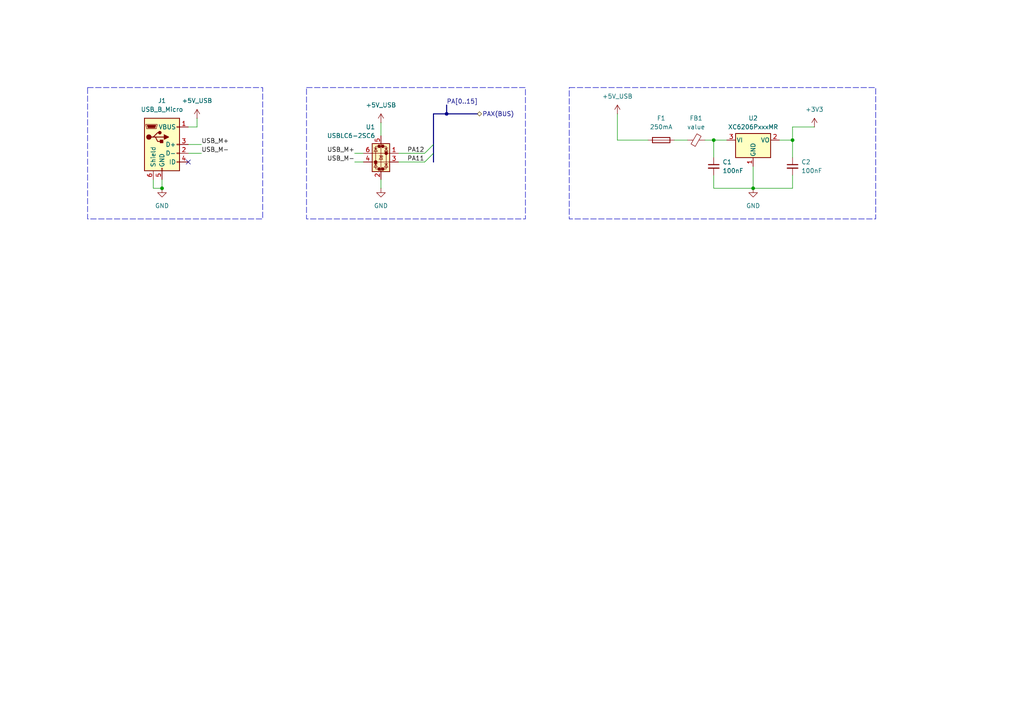
<source format=kicad_sch>
(kicad_sch (version 20231120) (generator "eeschema") (generator_version "8.0")
  (paper "A4")
  (lib_symbols
    (symbol "Connector:USB_B_Micro" (pin_names (offset 1.016))
      (property "Reference" "J" (at -5.08 11.43 0))
      (property "Value" "USB_B_Micro" (at -5.08 8.89 0))
      (symbol "USB_B_Micro_0_1"
        (rectangle (start -5.08 -7.62) (end 5.08 7.62) (stroke (width 0.254)) (fill (type background)))
        (circle (center -3.81 2.159) (radius 0.635) (stroke (width 0.254)) (fill (type outline)))
        (circle (center -0.635 3.429) (radius 0.381) (stroke (width 0.254)) (fill (type outline)))
        (rectangle (start -0.127 -7.62) (end 0.127 -6.858))
        (polyline (pts (xy -1.905 2.159) (xy 0.635 2.159)) (stroke (width 0.254)))
        (polyline (pts (xy -3.175 2.159) (xy -2.54 2.159) (xy -1.27 3.429) (xy -0.635 3.429)) (stroke (width 0.254)))
        (polyline (pts (xy -2.54 2.159) (xy -1.905 2.159) (xy -1.27 0.889) (xy 0 0.889)) (stroke (width 0.254)))
        (polyline (pts (xy 0.635 2.794) (xy 0.635 1.524) (xy 1.905 2.159) (xy 0.635 2.794)) (stroke (width 0.254)) (fill (type outline)))
        (polyline (pts (xy -4.318 5.588) (xy -1.778 5.588) (xy -2.032 4.826) (xy -4.064 4.826) (xy -4.318 5.588)) (fill (type outline)))
        (polyline (pts (xy -4.699 5.842) (xy -4.699 5.588) (xy -4.445 4.826) (xy -4.445 4.572) (xy -1.651 4.572) (xy -1.651 4.826) (xy -1.397 5.588) (xy -1.397 5.842) (xy -4.699 5.842)))
        (rectangle (start 0.254 1.27) (end -0.508 0.508) (stroke (width 0.254)) (fill (type outline)))
        (rectangle (start 5.08 -5.207) (end 4.318 -4.953))
        (rectangle (start 5.08 -2.667) (end 4.318 -2.413))
        (rectangle (start 5.08 -0.127) (end 4.318 0.127))
        (rectangle (start 5.08 4.953) (end 4.318 5.207))
      )
      (symbol "USB_B_Micro_1_1"
        (pin power_out line (at 7.62 5.08 180) (length 2.54) (name "VBUS") (number "1"))
        (pin bidirectional line (at 7.62 -2.54 180) (length 2.54) (name "D-") (number "2"))
        (pin bidirectional line (at 7.62 0 180) (length 2.54) (name "D+") (number "3"))
        (pin passive line (at 7.62 -5.08 180) (length 2.54) (name "ID") (number "4"))
        (pin power_out line (at 0 -10.16 90) (length 2.54) (name "GND") (number "5"))
        (pin passive line (at -2.54 -10.16 90) (length 2.54) (name "Shield") (number "6"))
      )
    )
    (symbol "Device:C_Small" (pin_numbers hide) (pin_names (offset 0.254) hide)
      (property "Reference" "C" (at 0.254 1.778 0))
      (property "Value" "C_Small" (at 0.254 -2.032 0))
      (symbol "C_Small_0_1"
        (polyline (pts (xy -1.524 -0.508) (xy 1.524 -0.508)) (stroke (width 0.3302)))
        (polyline (pts (xy -1.524 0.508) (xy 1.524 0.508)) (stroke (width 0.3048)))
      )
      (symbol "C_Small_1_1"
        (pin passive line (at 0 2.54 270) (length 2.032) (name "~") (number "1"))
        (pin passive line (at 0 -2.54 90) (length 2.032) (name "~") (number "2"))
      )
    )
    (symbol "Device:FerriteBead_Small" (pin_numbers hide) (pin_names (offset 0))
      (property "Reference" "FB" (at 1.905 1.27 0))
      (property "Value" "FerriteBead_Small" (at 1.905 -1.27 0))
      (symbol "FerriteBead_Small_0_1"
        (polyline (pts (xy 0 -1.27) (xy 0 -0.7874)))
        (polyline (pts (xy 0 0.889) (xy 0 1.2954)))
        (polyline (pts (xy -1.8288 0.2794) (xy -1.1176 1.4986) (xy 1.8288 -0.2032) (xy 1.1176 -1.4224) (xy -1.8288 0.2794)))
      )
      (symbol "FerriteBead_Small_1_1"
        (pin passive line (at 0 2.54 270) (length 1.27) (name "~") (number "1"))
        (pin passive line (at 0 -2.54 90) (length 1.27) (name "~") (number "2"))
      )
    )
    (symbol "Device:Fuse" (pin_numbers hide) (pin_names (offset 0))
      (property "Reference" "F" (at 2.032 0 90))
      (property "Value" "Fuse" (at -1.905 0 90))
      (symbol "Fuse_0_1"
        (rectangle (start -0.762 -2.54) (end 0.762 2.54) (stroke (width 0.254)))
        (polyline (pts (xy 0 2.54) (xy 0 -2.54)))
      )
      (symbol "Fuse_1_1"
        (pin passive line (at 0 3.81 270) (length 1.27) (name "~") (number "1"))
        (pin passive line (at 0 -3.81 90) (length 1.27) (name "~") (number "2"))
      )
    )
    (symbol "Power_Protection:USBLC6-2SC6" (pin_names hide)
      (property "Reference" "U" (at 0.635 5.715 0))
      (property "Value" "USBLC6-2SC6" (at 0.635 3.81 0))
      (symbol "USBLC6-2SC6_0_0"
        (circle (center -1.524 0) (radius 0.0001) (stroke (width 0.508)))
        (circle (center -0.508 -4.572) (radius 0.0001) (stroke (width 0.508)))
        (circle (center -0.508 2.032) (radius 0.0001) (stroke (width 0.508)))
        (circle (center 0.508 -4.572) (radius 0.0001) (stroke (width 0.508)))
        (circle (center 0.508 2.032) (radius 0.0001) (stroke (width 0.508)))
        (circle (center 1.524 -2.54) (radius 0.0001) (stroke (width 0.508)))
      )
      (symbol "USBLC6-2SC6_0_1"
        (polyline (pts (xy -2.54 -2.54) (xy 2.54 -2.54)))
        (polyline (pts (xy -2.54 0) (xy 2.54 0)))
        (polyline (pts (xy -2.032 -3.048) (xy -1.016 -3.048)))
        (polyline (pts (xy -1.016 1.524) (xy -2.032 1.524)))
        (polyline (pts (xy 1.016 -3.048) (xy 2.032 -3.048)))
        (polyline (pts (xy 1.016 1.524) (xy 2.032 1.524)))
        (polyline (pts (xy -0.508 -1.143) (xy -0.508 -0.762) (xy 0.508 -0.762)))
        (polyline (pts (xy -2.032 0.508) (xy -1.016 0.508) (xy -1.524 1.524) (xy -2.032 0.508)))
        (polyline (pts (xy -1.016 -4.064) (xy -2.032 -4.064) (xy -1.524 -3.048) (xy -1.016 -4.064)))
        (polyline (pts (xy 0.508 -1.778) (xy -0.508 -1.778) (xy 0 -0.762) (xy 0.508 -1.778)))
        (polyline (pts (xy 2.032 -4.064) (xy 1.016 -4.064) (xy 1.524 -3.048) (xy 2.032 -4.064)))
        (polyline (pts (xy 2.032 0.508) (xy 1.016 0.508) (xy 1.524 1.524) (xy 2.032 0.508)))
        (polyline (pts (xy 0 2.54) (xy -0.508 2.032) (xy 0.508 2.032) (xy 0 1.524) (xy 0 -4.064) (xy -0.508 -4.572) (xy 0.508 -4.572) (xy 0 -5.08)))
      )
      (symbol "USBLC6-2SC6_1_1"
        (rectangle (start -2.54 2.794) (end 2.54 -5.334) (stroke (width 0.254)) (fill (type background)))
        (polyline (pts (xy -0.508 2.032) (xy -1.524 2.032) (xy -1.524 -4.572) (xy -0.508 -4.572)))
        (polyline (pts (xy 0.508 -4.572) (xy 1.524 -4.572) (xy 1.524 2.032) (xy 0.508 2.032)))
        (pin passive line (at -5.08 0 0) (length 2.54) (name "I/O1") (number "1"))
        (pin passive line (at 0 -7.62 90) (length 2.54) (name "GND") (number "2"))
        (pin passive line (at -5.08 -2.54 0) (length 2.54) (name "I/O2") (number "3"))
        (pin passive line (at 5.08 -2.54 180) (length 2.54) (name "I/O2") (number "4"))
        (pin passive line (at 0 5.08 270) (length 2.54) (name "VBUS") (number "5"))
        (pin passive line (at 5.08 0 180) (length 2.54) (name "I/O1") (number "6"))
      )
    )
    (symbol "Regulator_Linear:XC6206PxxxMR" (pin_names (offset 0.254))
      (property "Reference" "U" (at -3.81 3.175 0))
      (property "Value" "XC6206PxxxMR" (at 0 3.175 0))
      (symbol "XC6206PxxxMR_0_1"
        (rectangle (start -5.08 1.905) (end 5.08 -5.08) (stroke (width 0.254)) (fill (type background)))
      )
      (symbol "XC6206PxxxMR_1_1"
        (pin power_in line (at 0 -7.62 90) (length 2.54) (name "GND") (number "1"))
        (pin power_out line (at 7.62 0 180) (length 2.54) (name "VO") (number "2"))
        (pin power_in line (at -7.62 0 0) (length 2.54) (name "VI") (number "3"))
      )
    )
    (symbol "power:+3V3" (power) (pin_numbers hide) (pin_names (offset 0) hide)
      (property "Value" "+3V3" (at 0 3.556 0))
      (symbol "+3V3_0_1"
        (polyline (pts (xy -0.762 1.27) (xy 0 2.54)))
        (polyline (pts (xy 0 0) (xy 0 2.54)))
        (polyline (pts (xy 0 2.54) (xy 0.762 1.27)))
      )
      (symbol "+3V3_1_1"
        (pin power_in line (at 0 0 90) (length 0) (name "~") (number "1"))
      )
    )
    (symbol "power:+5V" (power) (pin_numbers hide) (pin_names (offset 0) hide)
      (property "Value" "+5V" (at 0 3.556 0))
      (symbol "+5V_0_1"
        (polyline (pts (xy -0.762 1.27) (xy 0 2.54)))
        (polyline (pts (xy 0 0) (xy 0 2.54)))
        (polyline (pts (xy 0 2.54) (xy 0.762 1.27)))
      )
      (symbol "+5V_1_1"
        (pin power_in line (at 0 0 90) (length 0) (name "~") (number "1"))
      )
    )
    (symbol "power:GND" (power) (pin_numbers hide) (pin_names (offset 0) hide)
      (property "Value" "GND" (at 0 -3.81 0))
      (symbol "GND_0_1"
        (polyline (pts (xy 0 0) (xy 0 -1.27) (xy 1.27 -1.27) (xy 0 -2.54) (xy -1.27 -1.27) (xy 0 -1.27)))
      )
      (symbol "GND_1_1"
        (pin power_in line (at 0 0 270) (length 0) (name "~") (number "1"))
      )
    )
  )
  (junction (at 207.01 40.64))
  (junction (at 218.44 54.61))
  (junction (at 229.87 40.64))
  (junction (at 129.54 33.02))
  (junction (at 46.99 54.61))
  (no_connect (at 54.61 46.99))
  (bus_entry (at 125.73 41.91) (size -2.54 2.54))
  (bus_entry (at 125.73 44.45) (size -2.54 2.54))
  (wire (pts (xy 207.01 50.8) (xy 207.01 54.61)))
  (wire (pts (xy 207.01 40.64) (xy 210.82 40.64)))
  (wire (pts (xy 57.15 34.29) (xy 57.15 36.83)))
  (wire (pts (xy 46.99 52.07) (xy 46.99 54.61)))
  (wire (pts (xy 204.47 40.64) (xy 207.01 40.64)))
  (bus (pts (xy 125.73 41.91) (xy 125.73 44.45)))
  (wire (pts (xy 102.87 44.45) (xy 105.41 44.45)))
  (wire (pts (xy 179.07 33.02) (xy 179.07 40.64)))
  (wire (pts (xy 102.87 46.99) (xy 105.41 46.99)))
  (wire (pts (xy 229.87 36.83) (xy 229.87 40.64)))
  (wire (pts (xy 179.07 40.64) (xy 187.96 40.64)))
  (wire (pts (xy 57.15 36.83) (xy 54.61 36.83)))
  (wire (pts (xy 115.57 44.45) (xy 123.19 44.45)))
  (wire (pts (xy 115.57 46.99) (xy 123.19 46.99)))
  (wire (pts (xy 236.22 36.83) (xy 229.87 36.83)))
  (wire (pts (xy 110.49 52.07) (xy 110.49 54.61)))
  (bus (pts (xy 129.54 33.02) (xy 138.43 33.02)))
  (wire (pts (xy 195.58 40.64) (xy 199.39 40.64)))
  (bus (pts (xy 129.54 30.48) (xy 129.54 33.02)))
  (bus (pts (xy 125.73 33.02) (xy 125.73 41.91)))
  (bus (pts (xy 125.73 44.45) (xy 125.73 46.99)))
  (wire (pts (xy 207.01 54.61) (xy 218.44 54.61)))
  (wire (pts (xy 229.87 54.61) (xy 229.87 50.8)))
  (wire (pts (xy 226.06 40.64) (xy 229.87 40.64)))
  (wire (pts (xy 218.44 48.26) (xy 218.44 54.61)))
  (wire (pts (xy 207.01 40.64) (xy 207.01 45.72)))
  (wire (pts (xy 110.49 35.56) (xy 110.49 39.37)))
  (wire (pts (xy 218.44 54.61) (xy 229.87 54.61)))
  (wire (pts (xy 54.61 44.45) (xy 58.42 44.45)))
  (wire (pts (xy 46.99 54.61) (xy 44.45 54.61)))
  (bus (pts (xy 125.73 33.02) (xy 129.54 33.02)))
  (wire (pts (xy 229.87 40.64) (xy 229.87 45.72)))
  (wire (pts (xy 44.45 54.61) (xy 44.45 52.07)))
  (wire (pts (xy 54.61 41.91) (xy 58.42 41.91)))
  (rectangle (start 25.4 25.4) (end 76.2 63.5) (stroke (width 0) (type dash)))
  (rectangle (start 88.9 25.4) (end 152.4 63.5) (stroke (width 0) (type dash)))
  (rectangle (start 165.1 25.4) (end 254 63.5) (stroke (width 0) (type dash)))
  (label "USB_M-" (at 58.42 44.45 0))
  (label "USB_M+" (at 58.42 41.91 0))
  (label "USB_M-" (at 102.87 46.99 180))
  (label "PA12" (at 118.11 44.45 0))
  (label "PA11" (at 118.11 46.99 0))
  (label "USB_M+" (at 102.87 44.45 180))
  (label "PA[0..15]" (at 129.54 30.48 0))
  (hierarchical_label "PAX(BUS)" (shape bidirectional) (at 138.43 33.02 0))
  (symbol (lib_id "Device:Fuse") (at 191.77 40.64 90) (unit 1)
    (property "Reference" "F1" (at 191.77 34.29 90))
    (property "Value" "250mA" (at 191.77 36.83 90))
    (property "Footprint" "Fuse:Fuse_0603_1608Metric" (effects (hide yes)))
    (property "Description" "Fuse" (effects (hide yes)))
  )
  (symbol (lib_id "power:+5V") (at 110.49 35.56 0) (unit 1)
    (property "Reference" "#PWR011" (effects (hide yes)))
    (property "Value" "+5V_USB" (at 110.49 30.48 0))
    (property "Description" "Power symbol creates a global label with name \"+5V\"" (effects (hide yes)))
  )
  (symbol (lib_id "Device:C_Small") (at 229.87 48.26 0) (unit 1)
    (property "Reference" "C2" (at 232.41 46.9962 0) (effects (justify left)))
    (property "Value" "100nF" (at 232.41 49.5362 0) (effects (justify left)))
    (property "Footprint" "Capacitor_SMD:C_0603_1608Metric" (effects (hide yes)))
    (property "Description" "Unpolarized capacitor, small symbol" (effects (hide yes)))
  )
  (symbol (lib_id "power:GND") (at 218.44 54.61 0) (unit 1)
    (property "Reference" "#PWR05" (effects (hide yes)))
    (property "Value" "GND" (at 218.44 59.69 0))
    (property "Description" "Power symbol creates a global label with name \"GND\" , ground" (effects (hide yes)))
  )
  (symbol (lib_id "Regulator_Linear:XC6206PxxxMR") (at 218.44 40.64 0) (unit 1)
    (property "Reference" "U2" (at 218.44 34.29 0))
    (property "Value" "XC6206PxxxMR" (at 218.44 36.83 0))
    (property "Footprint" "Package_TO_SOT_SMD:SOT-23-3" (effects (hide yes)))
    (property "Datasheet" "https://www.torexsemi.com/file/xc6206/XC6206.pdf" (effects (hide yes)))
    (property "Description" "Positive 60-250mA Low Dropout Regulator, Fixed Output, SOT-23" (effects (hide yes)))
  )
  (symbol (lib_id "Device:C_Small") (at 207.01 48.26 0) (unit 1)
    (property "Reference" "C1" (at 209.55 46.9962 0) (effects (justify left)))
    (property "Value" "100nF" (at 209.55 49.5362 0) (effects (justify left)))
    (property "Footprint" "Capacitor_SMD:C_0603_1608Metric" (effects (hide yes)))
    (property "Description" "Unpolarized capacitor, small symbol" (effects (hide yes)))
  )
  (symbol (lib_id "power:GND") (at 110.49 54.61 0) (mirror y) (unit 1)
    (property "Reference" "#PWR010" (effects (hide yes)))
    (property "Value" "GND" (at 110.49 59.69 0))
    (property "Description" "Power symbol creates a global label with name \"GND\" , ground" (effects (hide yes)))
  )
  (symbol (lib_id "Device:FerriteBead_Small") (at 201.93 40.64 90) (unit 1)
    (property "Reference" "FB1" (at 201.8919 34.29 90))
    (property "Value" "value" (at 201.8919 36.83 90))
    (property "Footprint" "Inductor_SMD:L_0603_1608Metric" (effects (hide yes)))
    (property "Description" "Ferrite bead, small symbol" (effects (hide yes)))
  )
  (symbol (lib_id "Power_Protection:USBLC6-2SC6") (at 110.49 44.45 0) (mirror y) (unit 1)
    (property "Reference" "U1" (at 108.8389 36.83 0) (effects (justify left)))
    (property "Value" "USBLC6-2SC6" (at 108.8389 39.37 0) (effects (justify left)))
    (property "Footprint" "Package_TO_SOT_SMD:SOT-23-6" (effects (hide yes)))
    (property "Datasheet" "https://www.st.com/resource/en/datasheet/usblc6-2.pdf" (effects (hide yes)))
    (property "Description" "Very low capacitance ESD protection diode, 2 data-line, SOT-23-6" (effects (hide yes)))
  )
  (symbol (lib_id "power:GND") (at 46.99 54.61 0) (unit 1)
    (property "Reference" "#PWR023" (effects (hide yes)))
    (property "Value" "GND" (at 46.99 59.69 0))
    (property "Description" "Power symbol creates a global label with name \"GND\" , ground" (effects (hide yes)))
  )
  (symbol (lib_id "Connector:USB_B_Micro") (at 46.99 41.91 0) (unit 1)
    (property "Reference" "J1" (at 46.99 29.21 0))
    (property "Value" "USB_B_Micro" (at 46.99 31.75 0))
    (property "Footprint" "Connector_USB:USB_Micro-B_Molex-105017-0001" (effects (hide yes)))
    (property "Description" "USB Micro Type B connector" (effects (hide yes)))
  )
  (symbol (lib_id "power:+3V3") (at 236.22 36.83 0) (unit 1)
    (property "Reference" "#PWR06" (effects (hide yes)))
    (property "Value" "+3V3" (at 236.22 31.75 0))
    (property "Description" "Power symbol creates a global label with name \"+3V3\"" (effects (hide yes)))
  )
  (symbol (lib_id "power:+5V") (at 57.15 34.29 0) (unit 1)
    (property "Reference" "#PWR07" (effects (hide yes)))
    (property "Value" "+5V_USB" (at 57.15 29.21 0))
    (property "Description" "Power symbol creates a global label with name \"+5V\"" (effects (hide yes)))
  )
  (symbol (lib_id "power:+5V") (at 179.07 33.02 0) (unit 1)
    (property "Reference" "#PWR09" (effects (hide yes)))
    (property "Value" "+5V_USB" (at 179.07 27.94 0))
    (property "Description" "Power symbol creates a global label with name \"+5V\"" (effects (hide yes)))
  )
)
</source>
